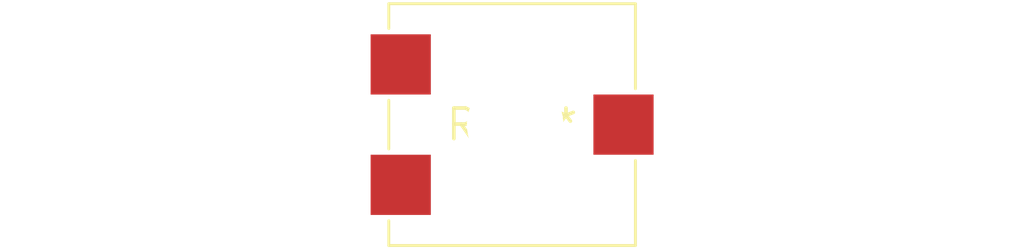
<source format=kicad_pcb>
(kicad_pcb (version 20240108) (generator pcbnew)
  (layers (0 "F.Cu" signal) (31 "B.Cu" signal) (34 "B.Paste" user) (35 "F.Paste" user) (36 "B.SilkS" user "B.Silkscreen") (37 "F.SilkS" user "F.Silkscreen") (38 "B.Mask" user) (39 "F.Mask" user) (44 "Edge.Cuts" user))
  (net 0 "")
  (footprint "Potentiometer_ACP_CA9-VSMD_Vertical_Hole" (layer "F.Cu") (at 0 0)
    (property "Reference" "REF**")
    (property "Value" "Potentiometer_ACP_CA9-VSMD_Vertical_Hole")
    (fp_line (start -5.12 -5.021) (end -5.12 -3.991) (layer "F.SilkS") (stroke (width 0.12)))
    (fp_line (start -5.12 -5.021) (end 5.12 -5.021) (layer "F.SilkS") (stroke (width 0.12)))
    (fp_line (start -5.12 -1.009) (end -5.12 1.01) (layer "F.SilkS") (stroke (width 0.12)))
    (fp_line (start -5.12 3.99) (end -5.12 5.02) (layer "F.SilkS") (stroke (width 0.12)))
    (fp_line (start -5.12 5.02) (end 5.12 5.02) (layer "F.SilkS") (stroke (width 0.12)))
    (fp_line (start 5.12 -5.021) (end 5.12 -1.49) (layer "F.SilkS") (stroke (width 0.12)))
    (fp_line (start 5.12 1.49) (end 5.12 5.02) (layer "F.SilkS") (stroke (width 0.12)))
    (pad "" np_thru_hole circle (at 0.125 0) (size 4 4) (drill 4) (layers *.Cu *.Mask))
    (pad "1" smd rect (at -4.625 2.5) (size 2.5 2.5) (layers "F.Cu" "F.Paste" "F.Mask"))
    (pad "2" smd rect (at 4.625 0) (size 2.5 2.5) (layers "F.Cu" "F.Paste" "F.Mask"))
    (pad "3" smd rect (at -4.625 -2.5) (size 2.5 2.5) (layers "F.Cu" "F.Paste" "F.Mask"))
  )
)
</source>
